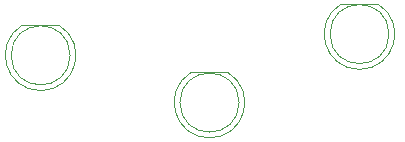
<source format=gbr>
%TF.GenerationSoftware,KiCad,Pcbnew,(6.0.5)*%
%TF.CreationDate,2022-07-23T18:44:09-07:00*%
%TF.ProjectId,StormCloud,53746f72-6d43-46c6-9f75-642e6b696361,rev?*%
%TF.SameCoordinates,Original*%
%TF.FileFunction,Legend,Top*%
%TF.FilePolarity,Positive*%
%FSLAX46Y46*%
G04 Gerber Fmt 4.6, Leading zero omitted, Abs format (unit mm)*
G04 Created by KiCad (PCBNEW (6.0.5)) date 2022-07-23 18:44:09*
%MOMM*%
%LPD*%
G01*
G04 APERTURE LIST*
%ADD10C,0.120000*%
G04 APERTURE END LIST*
D10*
%TO.C,D1*%
X99045000Y-112610000D02*
X95955000Y-112610000D01*
X95955170Y-112610000D02*
G75*
G03*
X97500462Y-118160000I1544830J-2560000D01*
G01*
X97499538Y-118160000D02*
G75*
G03*
X99044830Y-112610000I462J2990000D01*
G01*
X100000000Y-115170000D02*
G75*
G03*
X100000000Y-115170000I-2500000J0D01*
G01*
%TO.C,D2*%
X113345000Y-116610000D02*
X110255000Y-116610000D01*
X110255170Y-116610000D02*
G75*
G03*
X111800462Y-122160000I1544830J-2560000D01*
G01*
X111799538Y-122160000D02*
G75*
G03*
X113344830Y-116610000I462J2990000D01*
G01*
X114300000Y-119170000D02*
G75*
G03*
X114300000Y-119170000I-2500000J0D01*
G01*
%TO.C,D3*%
X126045000Y-110810000D02*
X122955000Y-110810000D01*
X122955170Y-110810000D02*
G75*
G03*
X124500462Y-116360000I1544830J-2560000D01*
G01*
X124499538Y-116360000D02*
G75*
G03*
X126044830Y-110810000I462J2990000D01*
G01*
X127000000Y-113370000D02*
G75*
G03*
X127000000Y-113370000I-2500000J0D01*
G01*
%TD*%
M02*

</source>
